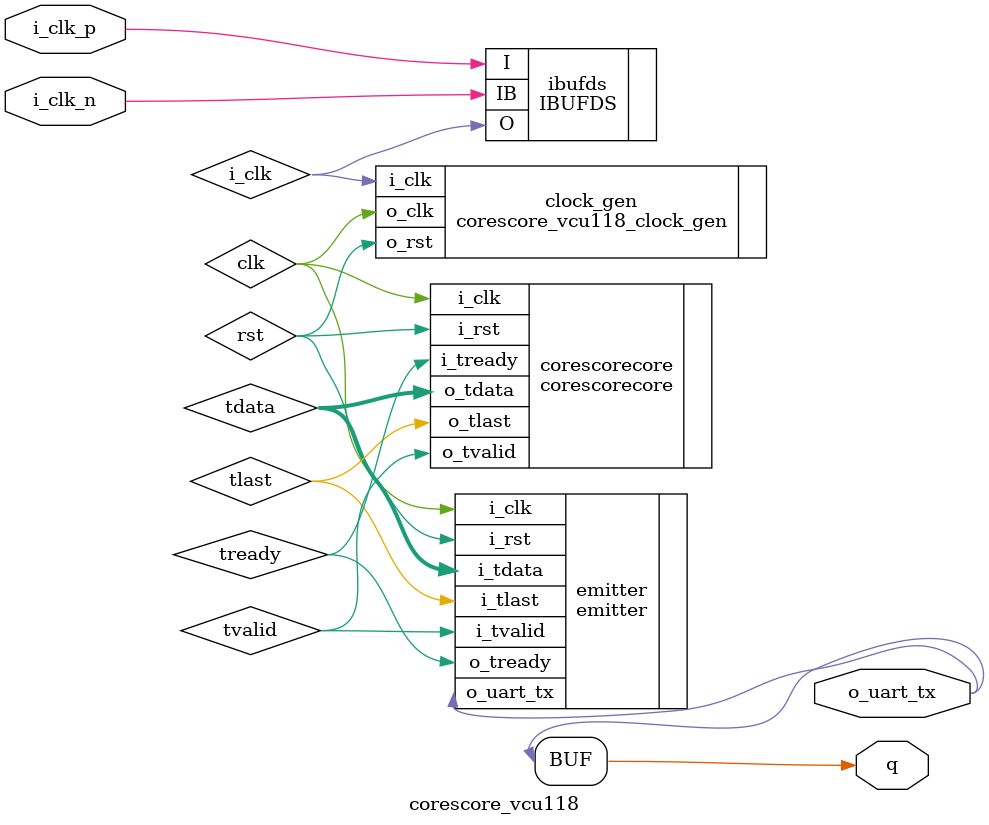
<source format=v>

`default_nettype none
module corescore_vcu118
(
 input wire  i_clk_p,
 input wire  i_clk_n,
 output wire q,
 output wire o_uart_tx);

   wire      i_clk;
   wire      clk;
   wire      rst;

   //Mirror UART output to LED
   assign q = o_uart_tx;

   IBUFDS ibufds
     (.I  (i_clk_p),
      .IB (i_clk_n),
      .O  (i_clk));

   corescore_vcu118_clock_gen
   clock_gen
     (.i_clk (i_clk),
      .o_clk (clk),
      .o_rst (rst));

   parameter memfile_emitter = "emitter.hex";

   wire [7:0]  tdata;
   wire        tlast;
   wire        tvalid;
   wire        tready;

   corescorecore corescorecore
     (.i_clk     (clk),
      .i_rst     (rst),
      .o_tdata   (tdata),
      .o_tlast   (tlast),
      .o_tvalid  (tvalid),
      .i_tready  (tready));

   emitter #(.memfile (memfile_emitter)) emitter
     (.i_clk     (clk),
      .i_rst     (rst),
      .i_tdata   (tdata),
      .i_tlast   (tlast),
      .i_tvalid  (tvalid),
      .o_tready  (tready),
      .o_uart_tx (o_uart_tx));

endmodule

</source>
